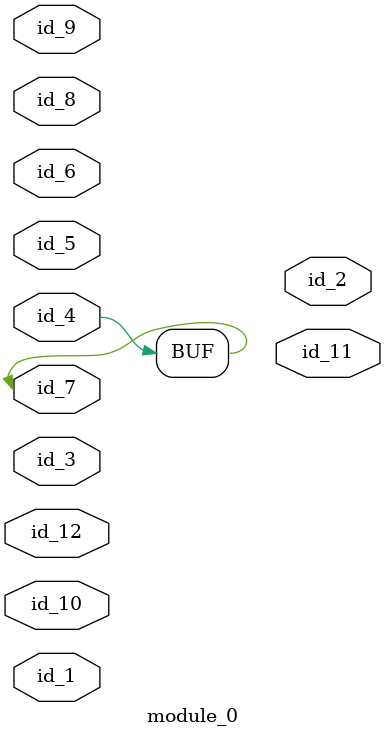
<source format=v>
module module_0 (
    id_1,
    id_2,
    id_3,
    id_4,
    id_5,
    id_6,
    id_7,
    id_8,
    id_9,
    id_10,
    id_11,
    id_12
);
  inout id_12;
  output id_11;
  input id_10;
  input id_9;
  input id_8;
  inout id_7;
  inout id_6;
  inout id_5;
  input id_4;
  input id_3;
  output id_2;
  inout id_1;
  assign id_7 = id_4;
endmodule

</source>
